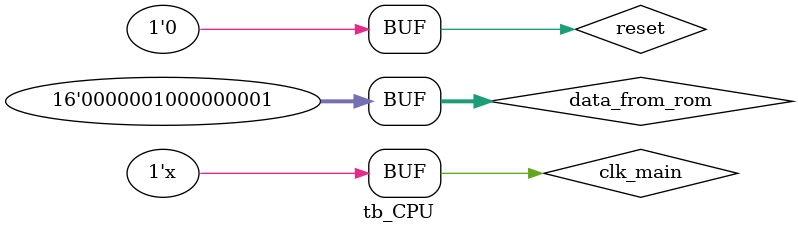
<source format=v>
`timescale 1ns / 1ps


module tb_CPU;

	// Inputs
	reg clk_main;
	reg reset;
	reg [15:0] data_from_rom;

	// Outputs
	wire [5:0] address_to_rom;
	wire enable_to_rom;
	wire write_enable_to_ram;
	wire read_enable_to_ram;
	wire [5:0] address_to_ram;
	wire enable_ram_read;

	// Bidirs
	wire [15:0] data_ram;

	// Instantiate the Unit Under Test (UUT)
	CPU uut (
		.clk_main(clk_main), 
		.reset(reset), 
		.data_from_rom(data_from_rom), 
		.address_to_rom(address_to_rom), 
		.enable_to_rom(enable_to_rom), 
		.data_ram(data_ram), 
		.write_enable_to_ram(write_enable_to_ram), 
		.read_enable_to_ram(read_enable_to_ram), 
		.address_to_ram(address_to_ram), 
		.enable_ram_read(enable_ram_read)
	);

	initial begin
		// Initialize Inputs
		clk_main = 0;
		reset = 1;
		data_from_rom = 0;

		// Wait 100 ns for global reset to finish
		#100;
		reset = 0;
		#100;
        
		// Add stimulus here
		data_from_rom = 16'b1000000000000011;
		#500;
		data_from_rom = 16'b1000000100000100;
		#500;
		data_from_rom = 16'b0000001000000001;
		#500;

	end
	
	always #50 clk_main = ~clk_main;
      
endmodule


</source>
